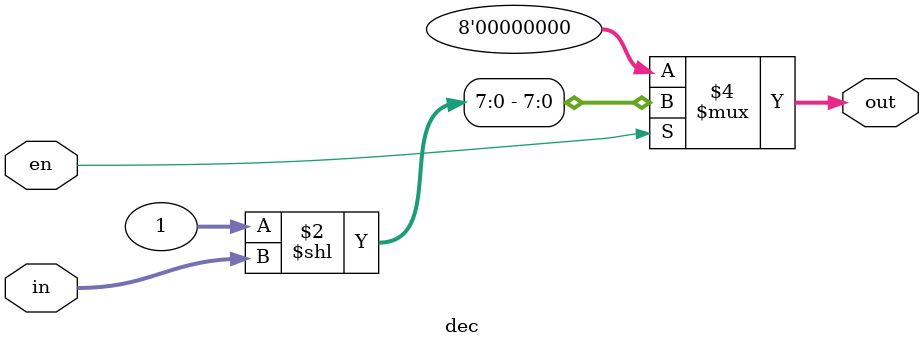
<source format=v>
module dec (
    input [2:0] in,
    input en,
    output reg [7:0] out
);
    
    always @(in or en) begin
        if (en)
            out = 1 << in;
        else
            out = 8'b00000000;
    end
endmodule
</source>
